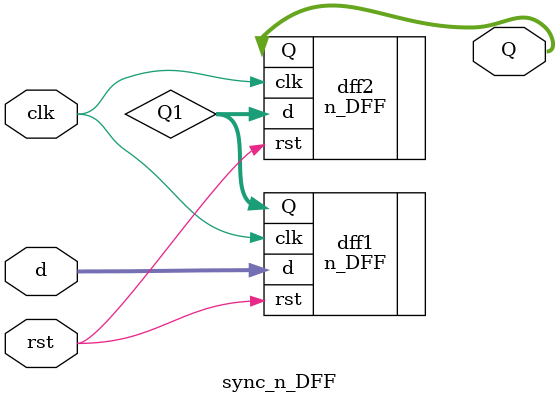
<source format=sv>

module sync_n_DFF #(parameter N = 8) (
    input wire [N-1:0] d,
    input wire clk,
    input wire rst,
    output wire [N-1:0] Q
);

    wire [N-1:0] Q1;

    n_DFF #(N) dff1 (
        .d(d),
        .clk(clk),
        .rst(rst),
        .Q(Q1)
    );

    n_DFF #(N) dff2 (
        .d(Q1),
        .clk(clk),
        .rst(rst),
        .Q(Q)
    );
endmodule
</source>
